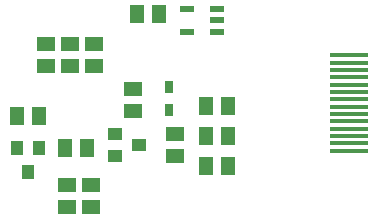
<source format=gbr>
G04 EAGLE Gerber RS-274X export*
G75*
%MOMM*%
%FSLAX34Y34*%
%LPD*%
%INSolderpaste Bottom*%
%IPPOS*%
%AMOC8*
5,1,8,0,0,1.08239X$1,22.5*%
G01*
%ADD10R,3.200000X0.350000*%
%ADD11R,1.300000X1.500000*%
%ADD12R,1.500000X1.300000*%
%ADD13R,1.200000X0.550000*%
%ADD14R,0.800000X1.000000*%
%ADD15R,1.000000X1.270000*%
%ADD16R,1.270000X1.000000*%


D10*
X297200Y63800D03*
X297200Y70000D03*
X297200Y76200D03*
X297200Y82400D03*
X297200Y88600D03*
X297200Y94800D03*
X297200Y101000D03*
X297200Y107200D03*
X297200Y113400D03*
X297200Y119600D03*
X297200Y125800D03*
X297200Y132000D03*
X297200Y138200D03*
X297200Y144400D03*
D11*
X175920Y50800D03*
X194920Y50800D03*
X175920Y76200D03*
X194920Y76200D03*
D12*
X114300Y116180D03*
X114300Y97180D03*
D11*
X194920Y101600D03*
X175920Y101600D03*
D12*
X40640Y135280D03*
X40640Y154280D03*
X60960Y135280D03*
X60960Y154280D03*
X81280Y135280D03*
X81280Y154280D03*
D13*
X185721Y183490D03*
X185721Y173990D03*
X185721Y164490D03*
X159719Y164490D03*
X159719Y183490D03*
D11*
X34900Y92710D03*
X15900Y92710D03*
X75540Y66040D03*
X56540Y66040D03*
D12*
X58420Y34900D03*
X58420Y15900D03*
X78740Y15900D03*
X78740Y34900D03*
D11*
X136500Y179070D03*
X117500Y179070D03*
D12*
X149860Y78080D03*
X149860Y59080D03*
D14*
X144780Y97950D03*
X144780Y117950D03*
D15*
X25400Y45880D03*
X34900Y65880D03*
X15900Y65880D03*
D16*
X119220Y68580D03*
X99220Y78080D03*
X99220Y59080D03*
M02*

</source>
